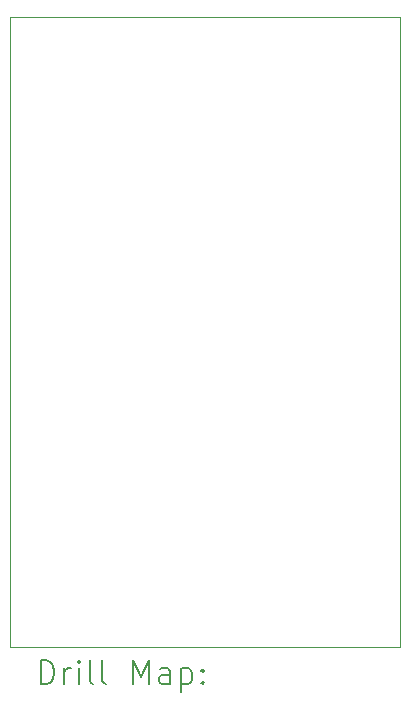
<source format=gbr>
%TF.GenerationSoftware,KiCad,Pcbnew,8.0.3-8.0.3-0~ubuntu22.04.1*%
%TF.CreationDate,2024-10-04T19:57:53+02:00*%
%TF.ProjectId,nrf52832_devboard,6e726635-3238-4333-925f-646576626f61,0.1*%
%TF.SameCoordinates,Original*%
%TF.FileFunction,Drillmap*%
%TF.FilePolarity,Positive*%
%FSLAX45Y45*%
G04 Gerber Fmt 4.5, Leading zero omitted, Abs format (unit mm)*
G04 Created by KiCad (PCBNEW 8.0.3-8.0.3-0~ubuntu22.04.1) date 2024-10-04 19:57:53*
%MOMM*%
%LPD*%
G01*
G04 APERTURE LIST*
%ADD10C,0.050000*%
%ADD11C,0.200000*%
G04 APERTURE END LIST*
D10*
X14224000Y-5588000D02*
X17526000Y-5588000D01*
X17526000Y-10922000D01*
X14224000Y-10922000D01*
X14224000Y-5588000D01*
D11*
X14482277Y-11235984D02*
X14482277Y-11035984D01*
X14482277Y-11035984D02*
X14529896Y-11035984D01*
X14529896Y-11035984D02*
X14558467Y-11045508D01*
X14558467Y-11045508D02*
X14577515Y-11064555D01*
X14577515Y-11064555D02*
X14587039Y-11083603D01*
X14587039Y-11083603D02*
X14596562Y-11121698D01*
X14596562Y-11121698D02*
X14596562Y-11150270D01*
X14596562Y-11150270D02*
X14587039Y-11188365D01*
X14587039Y-11188365D02*
X14577515Y-11207412D01*
X14577515Y-11207412D02*
X14558467Y-11226460D01*
X14558467Y-11226460D02*
X14529896Y-11235984D01*
X14529896Y-11235984D02*
X14482277Y-11235984D01*
X14682277Y-11235984D02*
X14682277Y-11102650D01*
X14682277Y-11140746D02*
X14691801Y-11121698D01*
X14691801Y-11121698D02*
X14701324Y-11112174D01*
X14701324Y-11112174D02*
X14720372Y-11102650D01*
X14720372Y-11102650D02*
X14739420Y-11102650D01*
X14806086Y-11235984D02*
X14806086Y-11102650D01*
X14806086Y-11035984D02*
X14796562Y-11045508D01*
X14796562Y-11045508D02*
X14806086Y-11055031D01*
X14806086Y-11055031D02*
X14815610Y-11045508D01*
X14815610Y-11045508D02*
X14806086Y-11035984D01*
X14806086Y-11035984D02*
X14806086Y-11055031D01*
X14929896Y-11235984D02*
X14910848Y-11226460D01*
X14910848Y-11226460D02*
X14901324Y-11207412D01*
X14901324Y-11207412D02*
X14901324Y-11035984D01*
X15034658Y-11235984D02*
X15015610Y-11226460D01*
X15015610Y-11226460D02*
X15006086Y-11207412D01*
X15006086Y-11207412D02*
X15006086Y-11035984D01*
X15263229Y-11235984D02*
X15263229Y-11035984D01*
X15263229Y-11035984D02*
X15329896Y-11178841D01*
X15329896Y-11178841D02*
X15396562Y-11035984D01*
X15396562Y-11035984D02*
X15396562Y-11235984D01*
X15577515Y-11235984D02*
X15577515Y-11131222D01*
X15577515Y-11131222D02*
X15567991Y-11112174D01*
X15567991Y-11112174D02*
X15548943Y-11102650D01*
X15548943Y-11102650D02*
X15510848Y-11102650D01*
X15510848Y-11102650D02*
X15491801Y-11112174D01*
X15577515Y-11226460D02*
X15558467Y-11235984D01*
X15558467Y-11235984D02*
X15510848Y-11235984D01*
X15510848Y-11235984D02*
X15491801Y-11226460D01*
X15491801Y-11226460D02*
X15482277Y-11207412D01*
X15482277Y-11207412D02*
X15482277Y-11188365D01*
X15482277Y-11188365D02*
X15491801Y-11169317D01*
X15491801Y-11169317D02*
X15510848Y-11159793D01*
X15510848Y-11159793D02*
X15558467Y-11159793D01*
X15558467Y-11159793D02*
X15577515Y-11150270D01*
X15672753Y-11102650D02*
X15672753Y-11302650D01*
X15672753Y-11112174D02*
X15691801Y-11102650D01*
X15691801Y-11102650D02*
X15729896Y-11102650D01*
X15729896Y-11102650D02*
X15748943Y-11112174D01*
X15748943Y-11112174D02*
X15758467Y-11121698D01*
X15758467Y-11121698D02*
X15767991Y-11140746D01*
X15767991Y-11140746D02*
X15767991Y-11197888D01*
X15767991Y-11197888D02*
X15758467Y-11216936D01*
X15758467Y-11216936D02*
X15748943Y-11226460D01*
X15748943Y-11226460D02*
X15729896Y-11235984D01*
X15729896Y-11235984D02*
X15691801Y-11235984D01*
X15691801Y-11235984D02*
X15672753Y-11226460D01*
X15853705Y-11216936D02*
X15863229Y-11226460D01*
X15863229Y-11226460D02*
X15853705Y-11235984D01*
X15853705Y-11235984D02*
X15844182Y-11226460D01*
X15844182Y-11226460D02*
X15853705Y-11216936D01*
X15853705Y-11216936D02*
X15853705Y-11235984D01*
X15853705Y-11112174D02*
X15863229Y-11121698D01*
X15863229Y-11121698D02*
X15853705Y-11131222D01*
X15853705Y-11131222D02*
X15844182Y-11121698D01*
X15844182Y-11121698D02*
X15853705Y-11112174D01*
X15853705Y-11112174D02*
X15853705Y-11131222D01*
M02*

</source>
